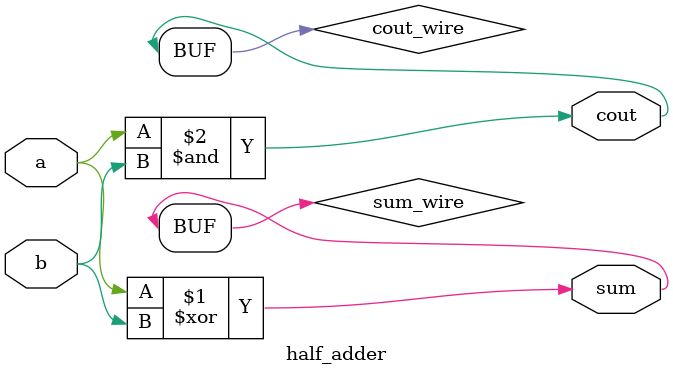
<source format=sv>
module top_module (
	input a,
	input b,
	output sum,
	output cout
);

	// Define the signals and wires
	wire sum_wire;
	wire cout_wire;

	// Instantiate the half adder module
	half_adder HA1(
		.a(a),
		.b(b),
		.sum(sum_wire),
		.cout(cout_wire)
	);

	// Assign the signals to the outputs
	assign sum = sum_wire;
	assign cout = cout_wire;

endmodule
module half_adder (
	input a,
	input b,
	output sum,
	output cout
);
	
	// Intermediate signals and wires
	wire sum_wire;
	wire cout_wire;
	
	// Logic for calculating sum and carry-out
	xor(sum_wire, a, b);
	and(cout_wire, a, b);
	
	// Assign the signals to the outputs
	assign sum = sum_wire;
	assign cout = cout_wire;

endmodule

</source>
